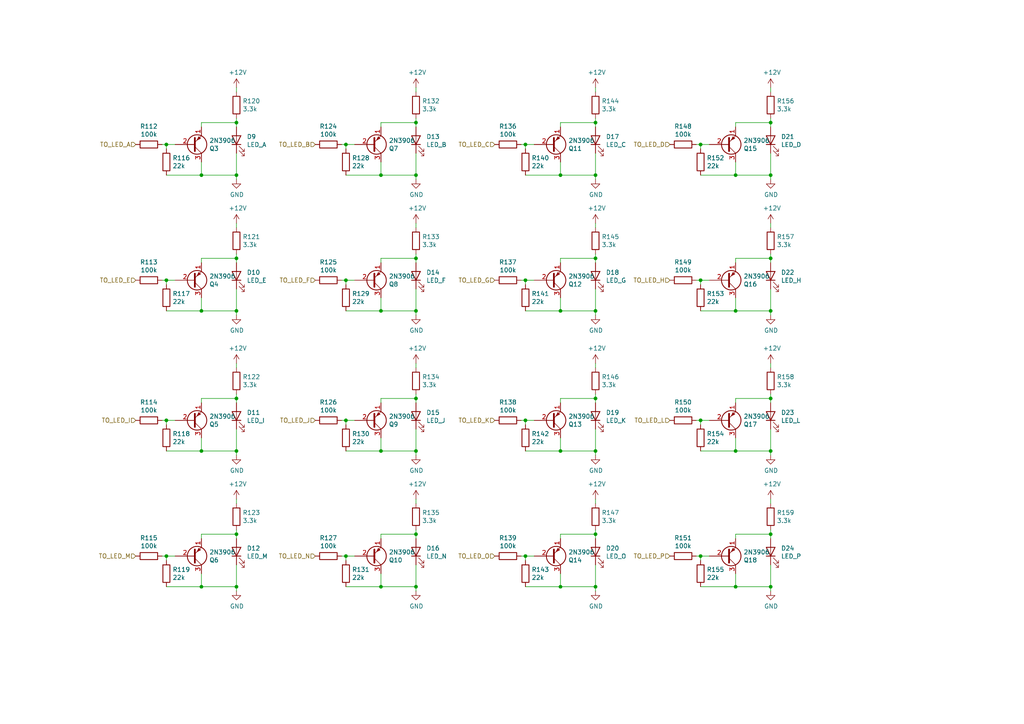
<source format=kicad_sch>
(kicad_sch (version 20211123) (generator eeschema)
  (paper "A4")
  (lib_symbols
    (symbol "Device:LED" (pin_numbers hide) (pin_names (offset 1.016) hide)
      (property "Reference" "D" (at 0 2.54 0))
      (property "Value" "LED" (at 0 -2.54 0))
      (symbol "LED_0_1"
        (polyline (pts (xy -1.27 -1.27) (xy -1.27 1.27)) (stroke (width 0.254)))
        (polyline (pts (xy -1.27 0) (xy 1.27 0)))
        (polyline (pts (xy 1.27 -1.27) (xy 1.27 1.27) (xy -1.27 0) (xy 1.27 -1.27)) (stroke (width 0.254)))
        (polyline (pts (xy -3.048 -0.762) (xy -4.572 -2.286) (xy -3.81 -2.286) (xy -4.572 -2.286) (xy -4.572 -1.524)))
        (polyline (pts (xy -1.778 -0.762) (xy -3.302 -2.286) (xy -2.54 -2.286) (xy -3.302 -2.286) (xy -3.302 -1.524)))
      )
      (symbol "LED_1_1"
        (pin passive line (at -3.81 0 0) (length 2.54) (name "K") (number "1"))
        (pin passive line (at 3.81 0 180) (length 2.54) (name "A") (number "2"))
      )
    )
    (symbol "Device:R" (pin_numbers hide) (pin_names (offset 0))
      (property "Reference" "R" (at 2.032 0 90))
      (property "Value" "R" (at 0 0 90))
      (symbol "R_0_1"
        (rectangle (start -1.016 -2.54) (end 1.016 2.54) (stroke (width 0.254)))
      )
      (symbol "R_1_1"
        (pin passive line (at 0 3.81 270) (length 1.27) (name "~") (number "1"))
        (pin passive line (at 0 -3.81 90) (length 1.27) (name "~") (number "2"))
      )
    )
    (symbol "Transistor_BJT:2N3906" (pin_names (offset 0) hide)
      (property "Reference" "Q" (at 5.08 1.905 0))
      (property "Value" "2N3906" (at 5.08 0 0))
      (symbol "2N3906_0_1"
        (polyline (pts (xy 0.635 0.635) (xy 2.54 2.54)))
        (polyline (pts (xy 0.635 -0.635) (xy 2.54 -2.54) (xy 2.54 -2.54)))
        (polyline (pts (xy 0.635 1.905) (xy 0.635 -1.905) (xy 0.635 -1.905)) (stroke (width 0.508)))
        (polyline (pts (xy 2.286 -1.778) (xy 1.778 -2.286) (xy 1.27 -1.27) (xy 2.286 -1.778) (xy 2.286 -1.778)) (fill (type outline)))
        (circle (center 1.27 0) (radius 2.8194) (stroke (width 0.254)))
      )
      (symbol "2N3906_1_1"
        (pin passive line (at 2.54 -5.08 90) (length 2.54) (name "E") (number "1"))
        (pin input line (at -5.08 0 0) (length 5.715) (name "B") (number "2"))
        (pin passive line (at 2.54 5.08 270) (length 2.54) (name "C") (number "3"))
      )
    )
    (symbol "power:+12V" (power) (pin_names (offset 0))
      (property "Value" "+12V" (at 0 3.556 0))
      (symbol "+12V_0_1"
        (polyline (pts (xy -0.762 1.27) (xy 0 2.54)))
        (polyline (pts (xy 0 0) (xy 0 2.54)))
        (polyline (pts (xy 0 2.54) (xy 0.762 1.27)))
      )
      (symbol "+12V_1_1"
        (pin power_in line (at 0 0 90) (length 0) hide (name "+12V") (number "1"))
      )
    )
    (symbol "power:GND" (power) (pin_names (offset 0))
      (property "Value" "GND" (at 0 -3.81 0))
      (symbol "GND_0_1"
        (polyline (pts (xy 0 0) (xy 0 -1.27) (xy 1.27 -1.27) (xy 0 -2.54) (xy -1.27 -1.27) (xy 0 -1.27)))
      )
      (symbol "GND_1_1"
        (pin power_in line (at 0 0 270) (length 0) hide (name "GND") (number "1"))
      )
    )
  )
  (junction (at 152.4 121.92))
  (junction (at 68.58 74.93))
  (junction (at 213.36 90.17))
  (junction (at 68.58 35.56))
  (junction (at 120.65 130.81))
  (junction (at 58.42 90.17))
  (junction (at 223.52 74.93))
  (junction (at 172.72 170.18))
  (junction (at 68.58 90.17))
  (junction (at 68.58 130.81))
  (junction (at 152.4 161.29))
  (junction (at 68.58 115.57))
  (junction (at 120.65 74.93))
  (junction (at 110.49 50.8))
  (junction (at 120.65 50.8))
  (junction (at 223.52 170.18))
  (junction (at 48.26 81.28))
  (junction (at 162.56 130.81))
  (junction (at 100.33 161.29))
  (junction (at 223.52 130.81))
  (junction (at 172.72 35.56))
  (junction (at 120.65 35.56))
  (junction (at 172.72 90.17))
  (junction (at 58.42 170.18))
  (junction (at 223.52 115.57))
  (junction (at 172.72 130.81))
  (junction (at 68.58 170.18))
  (junction (at 100.33 81.28))
  (junction (at 58.42 130.81))
  (junction (at 223.52 90.17))
  (junction (at 152.4 41.91))
  (junction (at 100.33 41.91))
  (junction (at 162.56 90.17))
  (junction (at 48.26 161.29))
  (junction (at 203.2 161.29))
  (junction (at 213.36 170.18))
  (junction (at 58.42 50.8))
  (junction (at 120.65 90.17))
  (junction (at 223.52 154.94))
  (junction (at 48.26 41.91))
  (junction (at 223.52 50.8))
  (junction (at 110.49 130.81))
  (junction (at 48.26 121.92))
  (junction (at 152.4 81.28))
  (junction (at 120.65 170.18))
  (junction (at 172.72 115.57))
  (junction (at 100.33 121.92))
  (junction (at 203.2 121.92))
  (junction (at 223.52 35.56))
  (junction (at 172.72 74.93))
  (junction (at 162.56 50.8))
  (junction (at 68.58 154.94))
  (junction (at 213.36 130.81))
  (junction (at 203.2 81.28))
  (junction (at 110.49 90.17))
  (junction (at 162.56 170.18))
  (junction (at 172.72 154.94))
  (junction (at 68.58 50.8))
  (junction (at 120.65 115.57))
  (junction (at 172.72 50.8))
  (junction (at 120.65 154.94))
  (junction (at 203.2 41.91))
  (junction (at 213.36 50.8))
  (junction (at 110.49 170.18))
  (wire (pts (xy 172.72 34.29) (xy 172.72 35.56)))
  (wire (pts (xy 68.58 153.67) (xy 68.58 154.94)))
  (wire (pts (xy 172.72 130.81) (xy 172.72 132.08)))
  (wire (pts (xy 223.52 170.18) (xy 223.52 171.45)))
  (wire (pts (xy 99.06 161.29) (xy 100.33 161.29)))
  (wire (pts (xy 162.56 170.18) (xy 172.72 170.18)))
  (wire (pts (xy 151.13 161.29) (xy 152.4 161.29)))
  (wire (pts (xy 223.52 35.56) (xy 223.52 36.83)))
  (wire (pts (xy 213.36 74.93) (xy 213.36 76.2)))
  (wire (pts (xy 162.56 74.93) (xy 162.56 76.2)))
  (wire (pts (xy 68.58 25.4) (xy 68.58 26.67)))
  (wire (pts (xy 120.65 115.57) (xy 120.65 116.84)))
  (wire (pts (xy 58.42 130.81) (xy 68.58 130.81)))
  (wire (pts (xy 120.65 90.17) (xy 120.65 91.44)))
  (wire (pts (xy 120.65 115.57) (xy 110.49 115.57)))
  (wire (pts (xy 68.58 154.94) (xy 58.42 154.94)))
  (wire (pts (xy 120.65 153.67) (xy 120.65 154.94)))
  (wire (pts (xy 120.65 73.66) (xy 120.65 74.93)))
  (wire (pts (xy 223.52 74.93) (xy 213.36 74.93)))
  (wire (pts (xy 120.65 74.93) (xy 110.49 74.93)))
  (wire (pts (xy 213.36 35.56) (xy 213.36 36.83)))
  (wire (pts (xy 223.52 73.66) (xy 223.52 74.93)))
  (wire (pts (xy 100.33 90.17) (xy 110.49 90.17)))
  (wire (pts (xy 172.72 35.56) (xy 162.56 35.56)))
  (wire (pts (xy 223.52 154.94) (xy 213.36 154.94)))
  (wire (pts (xy 162.56 35.56) (xy 162.56 36.83)))
  (wire (pts (xy 162.56 166.37) (xy 162.56 170.18)))
  (wire (pts (xy 172.72 115.57) (xy 162.56 115.57)))
  (wire (pts (xy 110.49 86.36) (xy 110.49 90.17)))
  (wire (pts (xy 120.65 74.93) (xy 120.65 76.2)))
  (wire (pts (xy 120.65 154.94) (xy 120.65 156.21)))
  (wire (pts (xy 120.65 83.82) (xy 120.65 90.17)))
  (wire (pts (xy 68.58 73.66) (xy 68.58 74.93)))
  (wire (pts (xy 172.72 74.93) (xy 162.56 74.93)))
  (wire (pts (xy 203.2 170.18) (xy 213.36 170.18)))
  (wire (pts (xy 223.52 153.67) (xy 223.52 154.94)))
  (wire (pts (xy 120.65 35.56) (xy 110.49 35.56)))
  (wire (pts (xy 48.26 123.19) (xy 48.26 121.92)))
  (wire (pts (xy 213.36 170.18) (xy 223.52 170.18)))
  (wire (pts (xy 162.56 154.94) (xy 162.56 156.21)))
  (wire (pts (xy 68.58 34.29) (xy 68.58 35.56)))
  (wire (pts (xy 120.65 35.56) (xy 120.65 36.83)))
  (wire (pts (xy 223.52 83.82) (xy 223.52 90.17)))
  (wire (pts (xy 172.72 170.18) (xy 172.72 171.45)))
  (wire (pts (xy 203.2 81.28) (xy 205.74 81.28)))
  (wire (pts (xy 110.49 90.17) (xy 120.65 90.17)))
  (wire (pts (xy 151.13 41.91) (xy 152.4 41.91)))
  (wire (pts (xy 172.72 44.45) (xy 172.72 50.8)))
  (wire (pts (xy 110.49 154.94) (xy 110.49 156.21)))
  (wire (pts (xy 162.56 115.57) (xy 162.56 116.84)))
  (wire (pts (xy 172.72 83.82) (xy 172.72 90.17)))
  (wire (pts (xy 58.42 127) (xy 58.42 130.81)))
  (wire (pts (xy 203.2 121.92) (xy 205.74 121.92)))
  (wire (pts (xy 213.36 115.57) (xy 213.36 116.84)))
  (wire (pts (xy 48.26 43.18) (xy 48.26 41.91)))
  (wire (pts (xy 100.33 123.19) (xy 100.33 121.92)))
  (wire (pts (xy 120.65 44.45) (xy 120.65 50.8)))
  (wire (pts (xy 68.58 170.18) (xy 68.58 171.45)))
  (wire (pts (xy 152.4 90.17) (xy 162.56 90.17)))
  (wire (pts (xy 100.33 81.28) (xy 102.87 81.28)))
  (wire (pts (xy 110.49 115.57) (xy 110.49 116.84)))
  (wire (pts (xy 46.99 161.29) (xy 48.26 161.29)))
  (wire (pts (xy 48.26 161.29) (xy 50.8 161.29)))
  (wire (pts (xy 110.49 50.8) (xy 120.65 50.8)))
  (wire (pts (xy 120.65 64.77) (xy 120.65 66.04)))
  (wire (pts (xy 223.52 115.57) (xy 223.52 116.84)))
  (wire (pts (xy 223.52 34.29) (xy 223.52 35.56)))
  (wire (pts (xy 203.2 161.29) (xy 205.74 161.29)))
  (wire (pts (xy 203.2 43.18) (xy 203.2 41.91)))
  (wire (pts (xy 172.72 124.46) (xy 172.72 130.81)))
  (wire (pts (xy 110.49 46.99) (xy 110.49 50.8)))
  (wire (pts (xy 162.56 46.99) (xy 162.56 50.8)))
  (wire (pts (xy 152.4 82.55) (xy 152.4 81.28)))
  (wire (pts (xy 223.52 115.57) (xy 213.36 115.57)))
  (wire (pts (xy 48.26 50.8) (xy 58.42 50.8)))
  (wire (pts (xy 68.58 130.81) (xy 68.58 132.08)))
  (wire (pts (xy 100.33 82.55) (xy 100.33 81.28)))
  (wire (pts (xy 100.33 161.29) (xy 102.87 161.29)))
  (wire (pts (xy 201.93 41.91) (xy 203.2 41.91)))
  (wire (pts (xy 213.36 46.99) (xy 213.36 50.8)))
  (wire (pts (xy 152.4 162.56) (xy 152.4 161.29)))
  (wire (pts (xy 68.58 154.94) (xy 68.58 156.21)))
  (wire (pts (xy 213.36 130.81) (xy 223.52 130.81)))
  (wire (pts (xy 48.26 121.92) (xy 50.8 121.92)))
  (wire (pts (xy 152.4 81.28) (xy 154.94 81.28)))
  (wire (pts (xy 120.65 105.41) (xy 120.65 106.68)))
  (wire (pts (xy 110.49 130.81) (xy 120.65 130.81)))
  (wire (pts (xy 201.93 161.29) (xy 203.2 161.29)))
  (wire (pts (xy 110.49 166.37) (xy 110.49 170.18)))
  (wire (pts (xy 58.42 170.18) (xy 68.58 170.18)))
  (wire (pts (xy 58.42 166.37) (xy 58.42 170.18)))
  (wire (pts (xy 151.13 81.28) (xy 152.4 81.28)))
  (wire (pts (xy 172.72 90.17) (xy 172.72 91.44)))
  (wire (pts (xy 110.49 35.56) (xy 110.49 36.83)))
  (wire (pts (xy 172.72 144.78) (xy 172.72 146.05)))
  (wire (pts (xy 120.65 25.4) (xy 120.65 26.67)))
  (wire (pts (xy 152.4 121.92) (xy 154.94 121.92)))
  (wire (pts (xy 223.52 90.17) (xy 223.52 91.44)))
  (wire (pts (xy 213.36 154.94) (xy 213.36 156.21)))
  (wire (pts (xy 223.52 105.41) (xy 223.52 106.68)))
  (wire (pts (xy 223.52 64.77) (xy 223.52 66.04)))
  (wire (pts (xy 223.52 130.81) (xy 223.52 132.08)))
  (wire (pts (xy 172.72 115.57) (xy 172.72 116.84)))
  (wire (pts (xy 172.72 25.4) (xy 172.72 26.67)))
  (wire (pts (xy 152.4 50.8) (xy 162.56 50.8)))
  (wire (pts (xy 99.06 41.91) (xy 100.33 41.91)))
  (wire (pts (xy 46.99 121.92) (xy 48.26 121.92)))
  (wire (pts (xy 213.36 127) (xy 213.36 130.81)))
  (wire (pts (xy 172.72 35.56) (xy 172.72 36.83)))
  (wire (pts (xy 120.65 154.94) (xy 110.49 154.94)))
  (wire (pts (xy 152.4 130.81) (xy 162.56 130.81)))
  (wire (pts (xy 58.42 90.17) (xy 68.58 90.17)))
  (wire (pts (xy 48.26 41.91) (xy 50.8 41.91)))
  (wire (pts (xy 100.33 50.8) (xy 110.49 50.8)))
  (wire (pts (xy 110.49 170.18) (xy 120.65 170.18)))
  (wire (pts (xy 120.65 163.83) (xy 120.65 170.18)))
  (wire (pts (xy 58.42 50.8) (xy 68.58 50.8)))
  (wire (pts (xy 110.49 127) (xy 110.49 130.81)))
  (wire (pts (xy 172.72 154.94) (xy 162.56 154.94)))
  (wire (pts (xy 172.72 153.67) (xy 172.72 154.94)))
  (wire (pts (xy 68.58 115.57) (xy 68.58 116.84)))
  (wire (pts (xy 223.52 154.94) (xy 223.52 156.21)))
  (wire (pts (xy 172.72 154.94) (xy 172.72 156.21)))
  (wire (pts (xy 203.2 82.55) (xy 203.2 81.28)))
  (wire (pts (xy 120.65 114.3) (xy 120.65 115.57)))
  (wire (pts (xy 172.72 74.93) (xy 172.72 76.2)))
  (wire (pts (xy 68.58 50.8) (xy 68.58 52.07)))
  (wire (pts (xy 100.33 41.91) (xy 102.87 41.91)))
  (wire (pts (xy 68.58 163.83) (xy 68.58 170.18)))
  (wire (pts (xy 223.52 124.46) (xy 223.52 130.81)))
  (wire (pts (xy 68.58 115.57) (xy 58.42 115.57)))
  (wire (pts (xy 100.33 162.56) (xy 100.33 161.29)))
  (wire (pts (xy 162.56 130.81) (xy 172.72 130.81)))
  (wire (pts (xy 203.2 41.91) (xy 205.74 41.91)))
  (wire (pts (xy 201.93 121.92) (xy 203.2 121.92)))
  (wire (pts (xy 48.26 82.55) (xy 48.26 81.28)))
  (wire (pts (xy 100.33 43.18) (xy 100.33 41.91)))
  (wire (pts (xy 213.36 90.17) (xy 223.52 90.17)))
  (wire (pts (xy 58.42 46.99) (xy 58.42 50.8)))
  (wire (pts (xy 120.65 50.8) (xy 120.65 52.07)))
  (wire (pts (xy 203.2 130.81) (xy 213.36 130.81)))
  (wire (pts (xy 152.4 43.18) (xy 152.4 41.91)))
  (wire (pts (xy 223.52 25.4) (xy 223.52 26.67)))
  (wire (pts (xy 203.2 50.8) (xy 213.36 50.8)))
  (wire (pts (xy 213.36 50.8) (xy 223.52 50.8)))
  (wire (pts (xy 99.06 121.92) (xy 100.33 121.92)))
  (wire (pts (xy 201.93 81.28) (xy 203.2 81.28)))
  (wire (pts (xy 68.58 35.56) (xy 58.42 35.56)))
  (wire (pts (xy 172.72 50.8) (xy 172.72 52.07)))
  (wire (pts (xy 48.26 130.81) (xy 58.42 130.81)))
  (wire (pts (xy 68.58 90.17) (xy 68.58 91.44)))
  (wire (pts (xy 213.36 86.36) (xy 213.36 90.17)))
  (wire (pts (xy 48.26 162.56) (xy 48.26 161.29)))
  (wire (pts (xy 46.99 81.28) (xy 48.26 81.28)))
  (wire (pts (xy 172.72 105.41) (xy 172.72 106.68)))
  (wire (pts (xy 120.65 144.78) (xy 120.65 146.05)))
  (wire (pts (xy 46.99 41.91) (xy 48.26 41.91)))
  (wire (pts (xy 58.42 115.57) (xy 58.42 116.84)))
  (wire (pts (xy 68.58 74.93) (xy 68.58 76.2)))
  (wire (pts (xy 213.36 166.37) (xy 213.36 170.18)))
  (wire (pts (xy 58.42 35.56) (xy 58.42 36.83)))
  (wire (pts (xy 100.33 130.81) (xy 110.49 130.81)))
  (wire (pts (xy 120.65 34.29) (xy 120.65 35.56)))
  (wire (pts (xy 223.52 44.45) (xy 223.52 50.8)))
  (wire (pts (xy 68.58 44.45) (xy 68.58 50.8)))
  (wire (pts (xy 152.4 41.91) (xy 154.94 41.91)))
  (wire (pts (xy 58.42 86.36) (xy 58.42 90.17)))
  (wire (pts (xy 162.56 127) (xy 162.56 130.81)))
  (wire (pts (xy 223.52 163.83) (xy 223.52 170.18)))
  (wire (pts (xy 68.58 144.78) (xy 68.58 146.05)))
  (wire (pts (xy 162.56 86.36) (xy 162.56 90.17)))
  (wire (pts (xy 68.58 83.82) (xy 68.58 90.17)))
  (wire (pts (xy 152.4 161.29) (xy 154.94 161.29)))
  (wire (pts (xy 120.65 124.46) (xy 120.65 130.81)))
  (wire (pts (xy 172.72 64.77) (xy 172.72 66.04)))
  (wire (pts (xy 152.4 170.18) (xy 162.56 170.18)))
  (wire (pts (xy 68.58 74.93) (xy 58.42 74.93)))
  (wire (pts (xy 110.49 74.93) (xy 110.49 76.2)))
  (wire (pts (xy 223.52 144.78) (xy 223.52 146.05)))
  (wire (pts (xy 120.65 170.18) (xy 120.65 171.45)))
  (wire (pts (xy 68.58 35.56) (xy 68.58 36.83)))
  (wire (pts (xy 48.26 90.17) (xy 58.42 90.17)))
  (wire (pts (xy 172.72 114.3) (xy 172.72 115.57)))
  (wire (pts (xy 203.2 123.19) (xy 203.2 121.92)))
  (wire (pts (xy 100.33 121.92) (xy 102.87 121.92)))
  (wire (pts (xy 203.2 162.56) (xy 203.2 161.29)))
  (wire (pts (xy 48.26 170.18) (xy 58.42 170.18)))
  (wire (pts (xy 68.58 64.77) (xy 68.58 66.04)))
  (wire (pts (xy 68.58 114.3) (xy 68.58 115.57)))
  (wire (pts (xy 48.26 81.28) (xy 50.8 81.28)))
  (wire (pts (xy 58.42 154.94) (xy 58.42 156.21)))
  (wire (pts (xy 58.42 74.93) (xy 58.42 76.2)))
  (wire (pts (xy 172.72 73.66) (xy 172.72 74.93)))
  (wire (pts (xy 223.52 74.93) (xy 223.52 76.2)))
  (wire (pts (xy 223.52 50.8) (xy 223.52 52.07)))
  (wire (pts (xy 223.52 114.3) (xy 223.52 115.57)))
  (wire (pts (xy 99.06 81.28) (xy 100.33 81.28)))
  (wire (pts (xy 68.58 105.41) (xy 68.58 106.68)))
  (wire (pts (xy 162.56 50.8) (xy 172.72 50.8)))
  (wire (pts (xy 203.2 90.17) (xy 213.36 90.17)))
  (wire (pts (xy 162.56 90.17) (xy 172.72 90.17)))
  (wire (pts (xy 68.58 124.46) (xy 68.58 130.81)))
  (wire (pts (xy 172.72 163.83) (xy 172.72 170.18)))
  (wire (pts (xy 120.65 130.81) (xy 120.65 132.08)))
  (wire (pts (xy 151.13 121.92) (xy 152.4 121.92)))
  (wire (pts (xy 100.33 170.18) (xy 110.49 170.18)))
  (wire (pts (xy 152.4 123.19) (xy 152.4 121.92)))
  (wire (pts (xy 223.52 35.56) (xy 213.36 35.56)))
  (hierarchical_label "TO_LED_G" (shape input) (at 143.51 81.28 180))
  (hierarchical_label "TO_LED_E" (shape input) (at 39.37 81.28 180))
  (hierarchical_label "TO_LED_A" (shape input) (at 39.37 41.91 180))
  (hierarchical_label "TO_LED_F" (shape input) (at 91.44 81.28 180))
  (hierarchical_label "TO_LED_P" (shape input) (at 194.31 161.29 180))
  (hierarchical_label "TO_LED_N" (shape input) (at 91.44 161.29 180))
  (hierarchical_label "TO_LED_M" (shape input) (at 39.37 161.29 180))
  (hierarchical_label "TO_LED_O" (shape input) (at 143.51 161.29 180))
  (hierarchical_label "TO_LED_J" (shape input) (at 91.44 121.92 180))
  (hierarchical_label "TO_LED_D" (shape input) (at 194.31 41.91 180))
  (hierarchical_label "TO_LED_C" (shape input) (at 143.51 41.91 180))
  (hierarchical_label "TO_LED_H" (shape input) (at 194.31 81.28 180))
  (hierarchical_label "TO_LED_L" (shape input) (at 194.31 121.92 180))
  (hierarchical_label "TO_LED_K" (shape input) (at 143.51 121.92 180))
  (hierarchical_label "TO_LED_I" (shape input) (at 39.37 121.92 180))
  (hierarchical_label "TO_LED_B" (shape input) (at 91.44 41.91 180))
  (symbol (lib_id "power:GND") (at 68.58 132.08 0) (unit 1)
    (property "Reference" "#PWR0207" (effects hide))
    (property "Value" "GND" (at 68.707 136.4742 0))
  )
  (symbol (lib_id "Device:LED") (at 120.65 80.01 90) (unit 1)
    (property "Reference" "D14" (at 123.6472 79.0194 90) (effects (justify right)))
    (property "Value" "LED_F" (at 123.6472 81.3308 90) (effects (justify right)))
    (property "Footprint" "My Stuff:LED_D3.0mm" (effects hide))
  )
  (symbol (lib_id "Device:R") (at 120.65 30.48 0) (unit 1)
    (property "Reference" "R132" (at 122.428 29.3116 0) (effects (justify left)))
    (property "Value" "3.3k" (at 122.428 31.623 0) (effects (justify left)))
    (property "Footprint" "Resistor_SMD:R_1206_3216Metric_Pad1.30x1.75mm_HandSolder" (effects hide))
  )
  (symbol (lib_id "Device:LED") (at 172.72 40.64 90) (unit 1)
    (property "Reference" "D17" (at 175.7172 39.6494 90) (effects (justify right)))
    (property "Value" "LED_C" (at 175.7172 41.9608 90) (effects (justify right)))
    (property "Footprint" "My Stuff:LED_D3.0mm" (effects hide))
  )
  (symbol (lib_id "Transistor_BJT:2N3906") (at 210.82 81.28 0) (mirror x) (unit 1)
    (property "Reference" "Q16" (at 215.646 82.4484 0) (effects (justify left)))
    (property "Value" "2N3906" (at 215.646 80.137 0) (effects (justify left)))
    (property "Footprint" "Package_TO_SOT_THT:TO-92_Inline_Wide" (effects hide))
    (property "Datasheet" "https://www.onsemi.com/pub/Collateral/2N3906-D.PDF" (effects hide))
  )
  (symbol (lib_id "Transistor_BJT:2N3906") (at 55.88 161.29 0) (mirror x) (unit 1)
    (property "Reference" "Q6" (at 60.706 162.4584 0) (effects (justify left)))
    (property "Value" "2N3906" (at 60.706 160.147 0) (effects (justify left)))
    (property "Footprint" "Package_TO_SOT_THT:TO-92_Inline_Wide" (effects hide))
    (property "Datasheet" "https://www.onsemi.com/pub/Collateral/2N3906-D.PDF" (effects hide))
  )
  (symbol (lib_id "Transistor_BJT:2N3906") (at 160.02 41.91 0) (mirror x) (unit 1)
    (property "Reference" "Q11" (at 164.846 43.0784 0) (effects (justify left)))
    (property "Value" "2N3906" (at 164.846 40.767 0) (effects (justify left)))
    (property "Footprint" "Package_TO_SOT_THT:TO-92_Inline_Wide" (effects hide))
    (property "Datasheet" "https://www.onsemi.com/pub/Collateral/2N3906-D.PDF" (effects hide))
  )
  (symbol (lib_id "Device:LED") (at 223.52 160.02 90) (unit 1)
    (property "Reference" "D24" (at 226.5172 159.0294 90) (effects (justify right)))
    (property "Value" "LED_P" (at 226.5172 161.3408 90) (effects (justify right)))
    (property "Footprint" "My Stuff:LED_D3.0mm" (effects hide))
  )
  (symbol (lib_id "power:GND") (at 120.65 52.07 0) (unit 1)
    (property "Reference" "#PWR0211" (effects hide))
    (property "Value" "GND" (at 120.777 56.4642 0))
  )
  (symbol (lib_id "Device:R") (at 48.26 86.36 0) (unit 1)
    (property "Reference" "R117" (at 50.038 85.1916 0) (effects (justify left)))
    (property "Value" "22k" (at 50.038 87.503 0) (effects (justify left)))
    (property "Footprint" "Resistor_SMD:R_1206_3216Metric_Pad1.30x1.75mm_HandSolder" (effects hide))
  )
  (symbol (lib_id "Device:R") (at 95.25 81.28 270) (unit 1)
    (property "Reference" "R125" (at 95.25 76.0222 90))
    (property "Value" "100k" (at 95.25 78.3336 90))
    (property "Footprint" "Resistor_SMD:R_1206_3216Metric_Pad1.30x1.75mm_HandSolder" (effects hide))
  )
  (symbol (lib_id "Device:R") (at 198.12 161.29 270) (unit 1)
    (property "Reference" "R151" (at 198.12 156.0322 90))
    (property "Value" "100k" (at 198.12 158.3436 90))
    (property "Footprint" "Resistor_SMD:R_1206_3216Metric_Pad1.30x1.75mm_HandSolder" (effects hide))
  )
  (symbol (lib_id "power:GND") (at 120.65 91.44 0) (unit 1)
    (property "Reference" "#PWR0213" (effects hide))
    (property "Value" "GND" (at 120.777 95.8342 0))
  )
  (symbol (lib_id "Device:R") (at 147.32 81.28 270) (unit 1)
    (property "Reference" "R137" (at 147.32 76.0222 90))
    (property "Value" "100k" (at 147.32 78.3336 90))
    (property "Footprint" "Resistor_SMD:R_1206_3216Metric_Pad1.30x1.75mm_HandSolder" (effects hide))
  )
  (symbol (lib_id "Device:LED") (at 172.72 160.02 90) (unit 1)
    (property "Reference" "D20" (at 175.7172 159.0294 90) (effects (justify right)))
    (property "Value" "LED_O" (at 175.7172 161.3408 90) (effects (justify right)))
    (property "Footprint" "My Stuff:LED_D3.0mm" (effects hide))
  )
  (symbol (lib_id "Device:R") (at 172.72 149.86 0) (unit 1)
    (property "Reference" "R147" (at 174.498 148.6916 0) (effects (justify left)))
    (property "Value" "3.3k" (at 174.498 151.003 0) (effects (justify left)))
    (property "Footprint" "Resistor_SMD:R_1206_3216Metric_Pad1.30x1.75mm_HandSolder" (effects hide))
  )
  (symbol (lib_id "Device:R") (at 100.33 46.99 0) (unit 1)
    (property "Reference" "R128" (at 102.108 45.8216 0) (effects (justify left)))
    (property "Value" "22k" (at 102.108 48.133 0) (effects (justify left)))
    (property "Footprint" "Resistor_SMD:R_1206_3216Metric_Pad1.30x1.75mm_HandSolder" (effects hide))
  )
  (symbol (lib_id "power:+12V") (at 68.58 105.41 0) (unit 1)
    (property "Reference" "#PWR0206" (effects hide))
    (property "Value" "+12V" (at 68.961 101.0158 0))
  )
  (symbol (lib_id "Transistor_BJT:2N3906") (at 107.95 81.28 0) (mirror x) (unit 1)
    (property "Reference" "Q8" (at 112.776 82.4484 0) (effects (justify left)))
    (property "Value" "2N3906" (at 112.776 80.137 0) (effects (justify left)))
    (property "Footprint" "Package_TO_SOT_THT:TO-92_Inline_Wide" (effects hide))
    (property "Datasheet" "https://www.onsemi.com/pub/Collateral/2N3906-D.PDF" (effects hide))
  )
  (symbol (lib_id "Device:R") (at 223.52 149.86 0) (unit 1)
    (property "Reference" "R159" (at 225.298 148.6916 0) (effects (justify left)))
    (property "Value" "3.3k" (at 225.298 151.003 0) (effects (justify left)))
    (property "Footprint" "Resistor_SMD:R_1206_3216Metric_Pad1.30x1.75mm_HandSolder" (effects hide))
  )
  (symbol (lib_id "Transistor_BJT:2N3906") (at 210.82 41.91 0) (mirror x) (unit 1)
    (property "Reference" "Q15" (at 215.646 43.0784 0) (effects (justify left)))
    (property "Value" "2N3906" (at 215.646 40.767 0) (effects (justify left)))
    (property "Footprint" "Package_TO_SOT_THT:TO-92_Inline_Wide" (effects hide))
    (property "Datasheet" "https://www.onsemi.com/pub/Collateral/2N3906-D.PDF" (effects hide))
  )
  (symbol (lib_id "power:GND") (at 172.72 171.45 0) (unit 1)
    (property "Reference" "#PWR0225" (effects hide))
    (property "Value" "GND" (at 172.847 175.8442 0))
  )
  (symbol (lib_id "Device:R") (at 152.4 46.99 0) (unit 1)
    (property "Reference" "R140" (at 154.178 45.8216 0) (effects (justify left)))
    (property "Value" "22k" (at 154.178 48.133 0) (effects (justify left)))
    (property "Footprint" "Resistor_SMD:R_1206_3216Metric_Pad1.30x1.75mm_HandSolder" (effects hide))
  )
  (symbol (lib_id "Device:R") (at 147.32 161.29 270) (unit 1)
    (property "Reference" "R139" (at 147.32 156.0322 90))
    (property "Value" "100k" (at 147.32 158.3436 90))
    (property "Footprint" "Resistor_SMD:R_1206_3216Metric_Pad1.30x1.75mm_HandSolder" (effects hide))
  )
  (symbol (lib_id "power:GND") (at 120.65 132.08 0) (unit 1)
    (property "Reference" "#PWR0215" (effects hide))
    (property "Value" "GND" (at 120.777 136.4742 0))
  )
  (symbol (lib_id "Device:LED") (at 223.52 40.64 90) (unit 1)
    (property "Reference" "D21" (at 226.5172 39.6494 90) (effects (justify right)))
    (property "Value" "LED_D" (at 226.5172 41.9608 90) (effects (justify right)))
    (property "Footprint" "My Stuff:LED_D3.0mm" (effects hide))
  )
  (symbol (lib_id "Device:R") (at 48.26 166.37 0) (unit 1)
    (property "Reference" "R119" (at 50.038 165.2016 0) (effects (justify left)))
    (property "Value" "22k" (at 50.038 167.513 0) (effects (justify left)))
    (property "Footprint" "Resistor_SMD:R_1206_3216Metric_Pad1.30x1.75mm_HandSolder" (effects hide))
  )
  (symbol (lib_id "Device:R") (at 95.25 161.29 270) (unit 1)
    (property "Reference" "R127" (at 95.25 156.0322 90))
    (property "Value" "100k" (at 95.25 158.3436 90))
    (property "Footprint" "Resistor_SMD:R_1206_3216Metric_Pad1.30x1.75mm_HandSolder" (effects hide))
  )
  (symbol (lib_id "power:+12V") (at 172.72 105.41 0) (unit 1)
    (property "Reference" "#PWR0222" (effects hide))
    (property "Value" "+12V" (at 173.101 101.0158 0))
  )
  (symbol (lib_id "Device:R") (at 203.2 46.99 0) (unit 1)
    (property "Reference" "R152" (at 204.978 45.8216 0) (effects (justify left)))
    (property "Value" "22k" (at 204.978 48.133 0) (effects (justify left)))
    (property "Footprint" "Resistor_SMD:R_1206_3216Metric_Pad1.30x1.75mm_HandSolder" (effects hide))
  )
  (symbol (lib_id "Device:R") (at 95.25 121.92 270) (unit 1)
    (property "Reference" "R126" (at 95.25 116.6622 90))
    (property "Value" "100k" (at 95.25 118.9736 90))
    (property "Footprint" "Resistor_SMD:R_1206_3216Metric_Pad1.30x1.75mm_HandSolder" (effects hide))
  )
  (symbol (lib_id "Device:R") (at 43.18 161.29 270) (unit 1)
    (property "Reference" "R115" (at 43.18 156.0322 90))
    (property "Value" "100k" (at 43.18 158.3436 90))
    (property "Footprint" "Resistor_SMD:R_1206_3216Metric_Pad1.30x1.75mm_HandSolder" (effects hide))
  )
  (symbol (lib_id "Transistor_BJT:2N3906") (at 55.88 121.92 0) (mirror x) (unit 1)
    (property "Reference" "Q5" (at 60.706 123.0884 0) (effects (justify left)))
    (property "Value" "2N3906" (at 60.706 120.777 0) (effects (justify left)))
    (property "Footprint" "Package_TO_SOT_THT:TO-92_Inline_Wide" (effects hide))
    (property "Datasheet" "https://www.onsemi.com/pub/Collateral/2N3906-D.PDF" (effects hide))
  )
  (symbol (lib_id "Device:R") (at 152.4 86.36 0) (unit 1)
    (property "Reference" "R141" (at 154.178 85.1916 0) (effects (justify left)))
    (property "Value" "22k" (at 154.178 87.503 0) (effects (justify left)))
    (property "Footprint" "Resistor_SMD:R_1206_3216Metric_Pad1.30x1.75mm_HandSolder" (effects hide))
  )
  (symbol (lib_id "power:GND") (at 68.58 91.44 0) (unit 1)
    (property "Reference" "#PWR0205" (effects hide))
    (property "Value" "GND" (at 68.707 95.8342 0))
  )
  (symbol (lib_id "Device:R") (at 172.72 69.85 0) (unit 1)
    (property "Reference" "R145" (at 174.498 68.6816 0) (effects (justify left)))
    (property "Value" "3.3k" (at 174.498 70.993 0) (effects (justify left)))
    (property "Footprint" "Resistor_SMD:R_1206_3216Metric_Pad1.30x1.75mm_HandSolder" (effects hide))
  )
  (symbol (lib_id "Device:LED") (at 68.58 120.65 90) (unit 1)
    (property "Reference" "D11" (at 71.5772 119.6594 90) (effects (justify right)))
    (property "Value" "LED_I" (at 71.5772 121.9708 90) (effects (justify right)))
    (property "Footprint" "My Stuff:LED_D3.0mm" (effects hide))
  )
  (symbol (lib_id "power:GND") (at 223.52 91.44 0) (unit 1)
    (property "Reference" "#PWR0229" (effects hide))
    (property "Value" "GND" (at 223.647 95.8342 0))
  )
  (symbol (lib_id "Device:R") (at 198.12 81.28 270) (unit 1)
    (property "Reference" "R149" (at 198.12 76.0222 90))
    (property "Value" "100k" (at 198.12 78.3336 90))
    (property "Footprint" "Resistor_SMD:R_1206_3216Metric_Pad1.30x1.75mm_HandSolder" (effects hide))
  )
  (symbol (lib_id "Transistor_BJT:2N3906") (at 107.95 121.92 0) (mirror x) (unit 1)
    (property "Reference" "Q9" (at 112.776 123.0884 0) (effects (justify left)))
    (property "Value" "2N3906" (at 112.776 120.777 0) (effects (justify left)))
    (property "Footprint" "Package_TO_SOT_THT:TO-92_Inline_Wide" (effects hide))
    (property "Datasheet" "https://www.onsemi.com/pub/Collateral/2N3906-D.PDF" (effects hide))
  )
  (symbol (lib_id "Device:R") (at 43.18 121.92 270) (unit 1)
    (property "Reference" "R114" (at 43.18 116.6622 90))
    (property "Value" "100k" (at 43.18 118.9736 90))
    (property "Footprint" "Resistor_SMD:R_1206_3216Metric_Pad1.30x1.75mm_HandSolder" (effects hide))
  )
  (symbol (lib_id "power:+12V") (at 172.72 144.78 0) (unit 1)
    (property "Reference" "#PWR0224" (effects hide))
    (property "Value" "+12V" (at 173.101 140.3858 0))
  )
  (symbol (lib_id "power:+12V") (at 120.65 25.4 0) (unit 1)
    (property "Reference" "#PWR0210" (effects hide))
    (property "Value" "+12V" (at 121.031 21.0058 0))
  )
  (symbol (lib_id "Device:LED") (at 68.58 40.64 90) (unit 1)
    (property "Reference" "D9" (at 71.5772 39.6494 90) (effects (justify right)))
    (property "Value" "LED_A" (at 71.5772 41.9608 90) (effects (justify right)))
    (property "Footprint" "My Stuff:LED_D3.0mm" (effects hide))
  )
  (symbol (lib_id "Device:R") (at 203.2 86.36 0) (unit 1)
    (property "Reference" "R153" (at 204.978 85.1916 0) (effects (justify left)))
    (property "Value" "22k" (at 204.978 87.503 0) (effects (justify left)))
    (property "Footprint" "Resistor_SMD:R_1206_3216Metric_Pad1.30x1.75mm_HandSolder" (effects hide))
  )
  (symbol (lib_id "Device:LED") (at 120.65 160.02 90) (unit 1)
    (property "Reference" "D16" (at 123.6472 159.0294 90) (effects (justify right)))
    (property "Value" "LED_N" (at 123.6472 161.3408 90) (effects (justify right)))
    (property "Footprint" "My Stuff:LED_D3.0mm" (effects hide))
  )
  (symbol (lib_id "Device:LED") (at 120.65 120.65 90) (unit 1)
    (property "Reference" "D15" (at 123.6472 119.6594 90) (effects (justify right)))
    (property "Value" "LED_J" (at 123.6472 121.9708 90) (effects (justify right)))
    (property "Footprint" "My Stuff:LED_D3.0mm" (effects hide))
  )
  (symbol (lib_id "power:+12V") (at 223.52 64.77 0) (unit 1)
    (property "Reference" "#PWR0228" (effects hide))
    (property "Value" "+12V" (at 223.901 60.3758 0))
  )
  (symbol (lib_id "Transistor_BJT:2N3906") (at 210.82 161.29 0) (mirror x) (unit 1)
    (property "Reference" "Q18" (at 215.646 162.4584 0) (effects (justify left)))
    (property "Value" "2N3906" (at 215.646 160.147 0) (effects (justify left)))
    (property "Footprint" "Package_TO_SOT_THT:TO-92_Inline_Wide" (effects hide))
    (property "Datasheet" "https://www.onsemi.com/pub/Collateral/2N3906-D.PDF" (effects hide))
  )
  (symbol (lib_id "power:GND") (at 172.72 52.07 0) (unit 1)
    (property "Reference" "#PWR0219" (effects hide))
    (property "Value" "GND" (at 172.847 56.4642 0))
  )
  (symbol (lib_id "power:+12V") (at 223.52 144.78 0) (unit 1)
    (property "Reference" "#PWR0232" (effects hide))
    (property "Value" "+12V" (at 223.901 140.3858 0))
  )
  (symbol (lib_id "power:+12V") (at 68.58 25.4 0) (unit 1)
    (property "Reference" "#PWR0202" (effects hide))
    (property "Value" "+12V" (at 68.961 21.0058 0))
  )
  (symbol (lib_id "power:+12V") (at 68.58 64.77 0) (unit 1)
    (property "Reference" "#PWR0204" (effects hide))
    (property "Value" "+12V" (at 68.961 60.3758 0))
  )
  (symbol (lib_id "Device:LED") (at 68.58 80.01 90) (unit 1)
    (property "Reference" "D10" (at 71.5772 79.0194 90) (effects (justify right)))
    (property "Value" "LED_E" (at 71.5772 81.3308 90) (effects (justify right)))
    (property "Footprint" "My Stuff:LED_D3.0mm" (effects hide))
  )
  (symbol (lib_id "Transistor_BJT:2N3906") (at 55.88 41.91 0) (mirror x) (unit 1)
    (property "Reference" "Q3" (at 60.706 43.0784 0) (effects (justify left)))
    (property "Value" "2N3906" (at 60.706 40.767 0) (effects (justify left)))
    (property "Footprint" "Package_TO_SOT_THT:TO-92_Inline_Wide" (effects hide))
    (property "Datasheet" "https://www.onsemi.com/pub/Collateral/2N3906-D.PDF" (effects hide))
  )
  (symbol (lib_id "Device:R") (at 147.32 121.92 270) (unit 1)
    (property "Reference" "R138" (at 147.32 116.6622 90))
    (property "Value" "100k" (at 147.32 118.9736 90))
    (property "Footprint" "Resistor_SMD:R_1206_3216Metric_Pad1.30x1.75mm_HandSolder" (effects hide))
  )
  (symbol (lib_id "Transistor_BJT:2N3906") (at 160.02 81.28 0) (mirror x) (unit 1)
    (property "Reference" "Q12" (at 164.846 82.4484 0) (effects (justify left)))
    (property "Value" "2N3906" (at 164.846 80.137 0) (effects (justify left)))
    (property "Footprint" "Package_TO_SOT_THT:TO-92_Inline_Wide" (effects hide))
    (property "Datasheet" "https://www.onsemi.com/pub/Collateral/2N3906-D.PDF" (effects hide))
  )
  (symbol (lib_id "Device:R") (at 152.4 166.37 0) (unit 1)
    (property "Reference" "R143" (at 154.178 165.2016 0) (effects (justify left)))
    (property "Value" "22k" (at 154.178 167.513 0) (effects (justify left)))
    (property "Footprint" "Resistor_SMD:R_1206_3216Metric_Pad1.30x1.75mm_HandSolder" (effects hide))
  )
  (symbol (lib_id "Device:LED") (at 68.58 160.02 90) (unit 1)
    (property "Reference" "D12" (at 71.5772 159.0294 90) (effects (justify right)))
    (property "Value" "LED_M" (at 71.5772 161.3408 90) (effects (justify right)))
    (property "Footprint" "My Stuff:LED_D3.0mm" (effects hide))
  )
  (symbol (lib_id "Device:R") (at 152.4 127 0) (unit 1)
    (property "Reference" "R142" (at 154.178 125.8316 0) (effects (justify left)))
    (property "Value" "22k" (at 154.178 128.143 0) (effects (justify left)))
    (property "Footprint" "Resistor_SMD:R_1206_3216Metric_Pad1.30x1.75mm_HandSolder" (effects hide))
  )
  (symbol (lib_id "Device:LED") (at 120.65 40.64 90) (unit 1)
    (property "Reference" "D13" (at 123.6472 39.6494 90) (effects (justify right)))
    (property "Value" "LED_B" (at 123.6472 41.9608 90) (effects (justify right)))
    (property "Footprint" "My Stuff:LED_D3.0mm" (effects hide))
  )
  (symbol (lib_id "power:GND") (at 68.58 52.07 0) (unit 1)
    (property "Reference" "#PWR0203" (effects hide))
    (property "Value" "GND" (at 68.707 56.4642 0))
  )
  (symbol (lib_id "Device:R") (at 68.58 149.86 0) (unit 1)
    (property "Reference" "R123" (at 70.358 148.6916 0) (effects (justify left)))
    (property "Value" "3.3k" (at 70.358 151.003 0) (effects (justify left)))
    (property "Footprint" "Resistor_SMD:R_1206_3216Metric_Pad1.30x1.75mm_HandSolder" (effects hide))
  )
  (symbol (lib_id "Device:R") (at 172.72 110.49 0) (unit 1)
    (property "Reference" "R146" (at 174.498 109.3216 0) (effects (justify left)))
    (property "Value" "3.3k" (at 174.498 111.633 0) (effects (justify left)))
    (property "Footprint" "Resistor_SMD:R_1206_3216Metric_Pad1.30x1.75mm_HandSolder" (effects hide))
  )
  (symbol (lib_id "power:+12V") (at 120.65 105.41 0) (unit 1)
    (property "Reference" "#PWR0214" (effects hide))
    (property "Value" "+12V" (at 121.031 101.0158 0))
  )
  (symbol (lib_id "power:+12V") (at 223.52 105.41 0) (unit 1)
    (property "Reference" "#PWR0230" (effects hide))
    (property "Value" "+12V" (at 223.901 101.0158 0))
  )
  (symbol (lib_id "power:+12V") (at 120.65 144.78 0) (unit 1)
    (property "Reference" "#PWR0216" (effects hide))
    (property "Value" "+12V" (at 121.031 140.3858 0))
  )
  (symbol (lib_id "Transistor_BJT:2N3906") (at 107.95 41.91 0) (mirror x) (unit 1)
    (property "Reference" "Q7" (at 112.776 43.0784 0) (effects (justify left)))
    (property "Value" "2N3906" (at 112.776 40.767 0) (effects (justify left)))
    (property "Footprint" "Package_TO_SOT_THT:TO-92_Inline_Wide" (effects hide))
    (property "Datasheet" "https://www.onsemi.com/pub/Collateral/2N3906-D.PDF" (effects hide))
  )
  (symbol (lib_id "Device:LED") (at 223.52 80.01 90) (unit 1)
    (property "Reference" "D22" (at 226.5172 79.0194 90) (effects (justify right)))
    (property "Value" "LED_H" (at 226.5172 81.3308 90) (effects (justify right)))
    (property "Footprint" "My Stuff:LED_D3.0mm" (effects hide))
  )
  (symbol (lib_id "power:+12V") (at 172.72 64.77 0) (unit 1)
    (property "Reference" "#PWR0220" (effects hide))
    (property "Value" "+12V" (at 173.101 60.3758 0))
  )
  (symbol (lib_id "Device:R") (at 120.65 69.85 0) (unit 1)
    (property "Reference" "R133" (at 122.428 68.6816 0) (effects (justify left)))
    (property "Value" "3.3k" (at 122.428 70.993 0) (effects (justify left)))
    (property "Footprint" "Resistor_SMD:R_1206_3216Metric_Pad1.30x1.75mm_HandSolder" (effects hide))
  )
  (symbol (lib_id "power:GND") (at 223.52 132.08 0) (unit 1)
    (property "Reference" "#PWR0231" (effects hide))
    (property "Value" "GND" (at 223.647 136.4742 0))
  )
  (symbol (lib_id "Device:R") (at 95.25 41.91 270) (unit 1)
    (property "Reference" "R124" (at 95.25 36.6522 90))
    (property "Value" "100k" (at 95.25 38.9636 90))
    (property "Footprint" "Resistor_SMD:R_1206_3216Metric_Pad1.30x1.75mm_HandSolder" (effects hide))
  )
  (symbol (lib_id "Device:R") (at 120.65 149.86 0) (unit 1)
    (property "Reference" "R135" (at 122.428 148.6916 0) (effects (justify left)))
    (property "Value" "3.3k" (at 122.428 151.003 0) (effects (justify left)))
    (property "Footprint" "Resistor_SMD:R_1206_3216Metric_Pad1.30x1.75mm_HandSolder" (effects hide))
  )
  (symbol (lib_id "Device:R") (at 203.2 127 0) (unit 1)
    (property "Reference" "R154" (at 204.978 125.8316 0) (effects (justify left)))
    (property "Value" "22k" (at 204.978 128.143 0) (effects (justify left)))
    (property "Footprint" "Resistor_SMD:R_1206_3216Metric_Pad1.30x1.75mm_HandSolder" (effects hide))
  )
  (symbol (lib_id "power:GND") (at 172.72 132.08 0) (unit 1)
    (property "Reference" "#PWR0223" (effects hide))
    (property "Value" "GND" (at 172.847 136.4742 0))
  )
  (symbol (lib_id "Transistor_BJT:2N3906") (at 107.95 161.29 0) (mirror x) (unit 1)
    (property "Reference" "Q10" (at 112.776 162.4584 0) (effects (justify left)))
    (property "Value" "2N3906" (at 112.776 160.147 0) (effects (justify left)))
    (property "Footprint" "Package_TO_SOT_THT:TO-92_Inline_Wide" (effects hide))
    (property "Datasheet" "https://www.onsemi.com/pub/Collateral/2N3906-D.PDF" (effects hide))
  )
  (symbol (lib_id "power:GND") (at 68.58 171.45 0) (unit 1)
    (property "Reference" "#PWR0209" (effects hide))
    (property "Value" "GND" (at 68.707 175.8442 0))
  )
  (symbol (lib_id "power:+12V") (at 68.58 144.78 0) (unit 1)
    (property "Reference" "#PWR0208" (effects hide))
    (property "Value" "+12V" (at 68.961 140.3858 0))
  )
  (symbol (lib_id "Transistor_BJT:2N3906") (at 210.82 121.92 0) (mirror x) (unit 1)
    (property "Reference" "Q17" (at 215.646 123.0884 0) (effects (justify left)))
    (property "Value" "2N3906" (at 215.646 120.777 0) (effects (justify left)))
    (property "Footprint" "Package_TO_SOT_THT:TO-92_Inline_Wide" (effects hide))
    (property "Datasheet" "https://www.onsemi.com/pub/Collateral/2N3906-D.PDF" (effects hide))
  )
  (symbol (lib_id "power:+12V") (at 120.65 64.77 0) (unit 1)
    (property "Reference" "#PWR0212" (effects hide))
    (property "Value" "+12V" (at 121.031 60.3758 0))
  )
  (symbol (lib_id "Device:R") (at 48.26 127 0) (unit 1)
    (property "Reference" "R118" (at 50.038 125.8316 0) (effects (justify left)))
    (property "Value" "22k" (at 50.038 128.143 0) (effects (justify left)))
    (property "Footprint" "Resistor_SMD:R_1206_3216Metric_Pad1.30x1.75mm_HandSolder" (effects hide))
  )
  (symbol (lib_id "power:GND") (at 120.65 171.45 0) (unit 1)
    (property "Reference" "#PWR0217" (effects hide))
    (property "Value" "GND" (at 120.777 175.8442 0))
  )
  (symbol (lib_id "power:GND") (at 223.52 171.45 0) (unit 1)
    (property "Reference" "#PWR0233" (effects hide))
    (property "Value" "GND" (at 223.647 175.8442 0))
  )
  (symbol (lib_id "Device:R") (at 48.26 46.99 0) (unit 1)
    (property "Reference" "R116" (at 50.038 45.8216 0) (effects (justify left)))
    (property "Value" "22k" (at 50.038 48.133 0) (effects (justify left)))
    (property "Footprint" "Resistor_SMD:R_1206_3216Metric_Pad1.30x1.75mm_HandSolder" (effects hide))
  )
  (symbol (lib_id "Device:R") (at 198.12 41.91 270) (unit 1)
    (property "Reference" "R148" (at 198.12 36.6522 90))
    (property "Value" "100k" (at 198.12 38.9636 90))
    (property "Footprint" "Resistor_SMD:R_1206_3216Metric_Pad1.30x1.75mm_HandSolder" (effects hide))
  )
  (symbol (lib_id "Device:LED") (at 223.52 120.65 90) (unit 1)
    (property "Reference" "D23" (at 226.5172 119.6594 90) (effects (justify right)))
    (property "Value" "LED_L" (at 226.5172 121.9708 90) (effects (justify right)))
    (property "Footprint" "My Stuff:LED_D3.0mm" (effects hide))
  )
  (symbol (lib_id "Device:R") (at 203.2 166.37 0) (unit 1)
    (property "Reference" "R155" (at 204.978 165.2016 0) (effects (justify left)))
    (property "Value" "22k" (at 204.978 167.513 0) (effects (justify left)))
    (property "Footprint" "Resistor_SMD:R_1206_3216Metric_Pad1.30x1.75mm_HandSolder" (effects hide))
  )
  (symbol (lib_id "Device:R") (at 68.58 110.49 0) (unit 1)
    (property "Reference" "R122" (at 70.358 109.3216 0) (effects (justify left)))
    (property "Value" "3.3k" (at 70.358 111.633 0) (effects (justify left)))
    (property "Footprint" "Resistor_SMD:R_1206_3216Metric_Pad1.30x1.75mm_HandSolder" (effects hide))
  )
  (symbol (lib_id "Device:R") (at 100.33 166.37 0) (unit 1)
    (property "Reference" "R131" (at 102.108 165.2016 0) (effects (justify left)))
    (property "Value" "22k" (at 102.108 167.513 0) (effects (justify left)))
    (property "Footprint" "Resistor_SMD:R_1206_3216Metric_Pad1.30x1.75mm_HandSolder" (effects hide))
  )
  (symbol (lib_id "Device:R") (at 198.12 121.92 270) (unit 1)
    (property "Reference" "R150" (at 198.12 116.6622 90))
    (property "Value" "100k" (at 198.12 118.9736 90))
    (property "Footprint" "Resistor_SMD:R_1206_3216Metric_Pad1.30x1.75mm_HandSolder" (effects hide))
  )
  (symbol (lib_id "Device:R") (at 223.52 30.48 0) (unit 1)
    (property "Reference" "R156" (at 225.298 29.3116 0) (effects (justify left)))
    (property "Value" "3.3k" (at 225.298 31.623 0) (effects (justify left)))
    (property "Footprint" "Resistor_SMD:R_1206_3216Metric_Pad1.30x1.75mm_HandSolder" (effects hide))
  )
  (symbol (lib_id "Device:R") (at 147.32 41.91 270) (unit 1)
    (property "Reference" "R136" (at 147.32 36.6522 90))
    (property "Value" "100k" (at 147.32 38.9636 90))
    (property "Footprint" "Resistor_SMD:R_1206_3216Metric_Pad1.30x1.75mm_HandSolder" (effects hide))
  )
  (symbol (lib_id "Transistor_BJT:2N3906") (at 160.02 121.92 0) (mirror x) (unit 1)
    (property "Reference" "Q13" (at 164.846 123.0884 0) (effects (justify left)))
    (property "Value" "2N3906" (at 164.846 120.777 0) (effects (justify left)))
    (property "Footprint" "Package_TO_SOT_THT:TO-92_Inline_Wide" (effects hide))
    (property "Datasheet" "https://www.onsemi.com/pub/Collateral/2N3906-D.PDF" (effects hide))
  )
  (symbol (lib_id "Transistor_BJT:2N3906") (at 160.02 161.29 0) (mirror x) (unit 1)
    (property "Reference" "Q14" (at 164.846 162.4584 0) (effects (justify left)))
    (property "Value" "2N3906" (at 164.846 160.147 0) (effects (justify left)))
    (property "Footprint" "Package_TO_SOT_THT:TO-92_Inline_Wide" (effects hide))
    (property "Datasheet" "https://www.onsemi.com/pub/Collateral/2N3906-D.PDF" (effects hide))
  )
  (symbol (lib_id "Device:LED") (at 172.72 80.01 90) (unit 1)
    (property "Reference" "D18" (at 175.7172 79.0194 90) (effects (justify right)))
    (property "Value" "LED_G" (at 175.7172 81.3308 90) (effects (justify right)))
    (property "Footprint" "My Stuff:LED_D3.0mm" (effects hide))
  )
  (symbol (lib_id "Device:R") (at 172.72 30.48 0) (unit 1)
    (property "Reference" "R144" (at 174.498 29.3116 0) (effects (justify left)))
    (property "Value" "3.3k" (at 174.498 31.623 0) (effects (justify left)))
    (property "Footprint" "Resistor_SMD:R_1206_3216Metric_Pad1.30x1.75mm_HandSolder" (effects hide))
  )
  (symbol (lib_id "Device:R") (at 120.65 110.49 0) (unit 1)
    (property "Reference" "R134" (at 122.428 109.3216 0) (effects (justify left)))
    (property "Value" "3.3k" (at 122.428 111.633 0) (effects (justify left)))
    (property "Footprint" "Resistor_SMD:R_1206_3216Metric_Pad1.30x1.75mm_HandSolder" (effects hide))
  )
  (symbol (lib_id "power:GND") (at 223.52 52.07 0) (unit 1)
    (property "Reference" "#PWR0227" (effects hide))
    (property "Value" "GND" (at 223.647 56.4642 0))
  )
  (symbol (lib_id "Device:R") (at 43.18 81.28 270) (unit 1)
    (property "Reference" "R113" (at 43.18 76.0222 90))
    (property "Value" "100k" (at 43.18 78.3336 90))
    (property "Footprint" "Resistor_SMD:R_1206_3216Metric_Pad1.30x1.75mm_HandSolder" (effects hide))
  )
  (symbol (lib_id "Transistor_BJT:2N3906") (at 55.88 81.28 0) (mirror x) (unit 1)
    (property "Reference" "Q4" (at 60.706 82.4484 0) (effects (justify left)))
    (property "Value" "2N3906" (at 60.706 80.137 0) (effects (justify left)))
    (property "Footprint" "Package_TO_SOT_THT:TO-92_Inline_Wide" (effects hide))
    (property "Datasheet" "https://www.onsemi.com/pub/Collateral/2N3906-D.PDF" (effects hide))
  )
  (symbol (lib_id "Device:R") (at 68.58 69.85 0) (unit 1)
    (property "Reference" "R121" (at 70.358 68.6816 0) (effects (justify left)))
    (property "Value" "3.3k" (at 70.358 70.993 0) (effects (justify left)))
    (property "Footprint" "Resistor_SMD:R_1206_3216Metric_Pad1.30x1.75mm_HandSolder" (effects hide))
  )
  (symbol (lib_id "Device:R") (at 100.33 86.36 0) (unit 1)
    (property "Reference" "R129" (at 102.108 85.1916 0) (effects (justify left)))
    (property "Value" "22k" (at 102.108 87.503 0) (effects (justify left)))
    (property "Footprint" "Resistor_SMD:R_1206_3216Metric_Pad1.30x1.75mm_HandSolder" (effects hide))
  )
  (symbol (lib_id "Device:R") (at 223.52 110.49 0) (unit 1)
    (property "Reference" "R158" (at 225.298 109.3216 0) (effects (justify left)))
    (property "Value" "3.3k" (at 225.298 111.633 0) (effects (justify left)))
    (property "Footprint" "Resistor_SMD:R_1206_3216Metric_Pad1.30x1.75mm_HandSolder" (effects hide))
  )
  (symbol (lib_id "power:+12V") (at 172.72 25.4 0) (unit 1)
    (property "Reference" "#PWR0218" (effects hide))
    (property "Value" "+12V" (at 173.101 21.0058 0))
  )
  (symbol (lib_id "Device:R") (at 100.33 127 0) (unit 1)
    (property "Reference" "R130" (at 102.108 125.8316 0) (effects (justify left)))
    (property "Value" "22k" (at 102.108 128.143 0) (effects (justify left)))
    (property "Footprint" "Resistor_SMD:R_1206_3216Metric_Pad1.30x1.75mm_HandSolder" (effects hide))
  )
  (symbol (lib_id "power:+12V") (at 223.52 25.4 0) (unit 1)
    (property "Reference" "#PWR0226" (effects hide))
    (property "Value" "+12V" (at 223.901 21.0058 0))
  )
  (symbol (lib_id "Device:LED") (at 172.72 120.65 90) (unit 1)
    (property "Reference" "D19" (at 175.7172 119.6594 90) (effects (justify right)))
    (property "Value" "LED_K" (at 175.7172 121.9708 90) (effects (justify right)))
    (property "Footprint" "My Stuff:LED_D3.0mm" (effects hide))
  )
  (symbol (lib_id "Device:R") (at 43.18 41.91 270) (unit 1)
    (property "Reference" "R112" (at 43.18 36.6522 90))
    (property "Value" "100k" (at 43.18 38.9636 90))
    (property "Footprint" "Resistor_SMD:R_1206_3216Metric_Pad1.30x1.75mm_HandSolder" (effects hide))
  )
  (symbol (lib_id "power:GND") (at 172.72 91.44 0) (unit 1)
    (property "Reference" "#PWR0221" (effects hide))
    (property "Value" "GND" (at 172.847 95.8342 0))
  )
  (symbol (lib_id "Device:R") (at 223.52 69.85 0) (unit 1)
    (property "Reference" "R157" (at 225.298 68.6816 0) (effects (justify left)))
    (property "Value" "3.3k" (at 225.298 70.993 0) (effects (justify left)))
    (property "Footprint" "Resistor_SMD:R_1206_3216Metric_Pad1.30x1.75mm_HandSolder" (effects hide))
  )
  (symbol (lib_id "Device:R") (at 68.58 30.48 0) (unit 1)
    (property "Reference" "R120" (at 70.358 29.3116 0) (effects (justify left)))
    (property "Value" "3.3k" (at 70.358 31.623 0) (effects (justify left)))
    (property "Footprint" "Resistor_SMD:R_1206_3216Metric_Pad1.30x1.75mm_HandSolder" (effects hide))
  )
)
</source>
